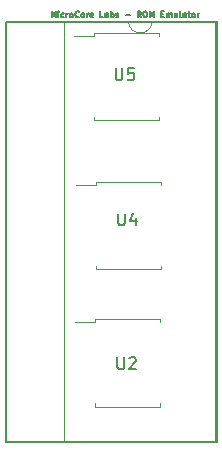
<source format=gto>
G04 #@! TF.GenerationSoftware,KiCad,Pcbnew,(5.1.8)-1*
G04 #@! TF.CreationDate,2021-02-05T23:49:50-08:00*
G04 #@! TF.ProjectId,ROM_Emulator,524f4d5f-456d-4756-9c61-746f722e6b69,rev?*
G04 #@! TF.SameCoordinates,Original*
G04 #@! TF.FileFunction,Legend,Top*
G04 #@! TF.FilePolarity,Positive*
%FSLAX46Y46*%
G04 Gerber Fmt 4.6, Leading zero omitted, Abs format (unit mm)*
G04 Created by KiCad (PCBNEW (5.1.8)-1) date 2021-02-05 23:49:50*
%MOMM*%
%LPD*%
G01*
G04 APERTURE LIST*
%ADD10C,0.127000*%
%ADD11C,0.150000*%
%ADD12C,0.120000*%
G04 APERTURE END LIST*
D10*
X167138047Y-82297209D02*
X167138047Y-81789209D01*
X167307380Y-82152066D01*
X167476714Y-81789209D01*
X167476714Y-82297209D01*
X167718619Y-82297209D02*
X167718619Y-81958542D01*
X167718619Y-81789209D02*
X167694428Y-81813400D01*
X167718619Y-81837590D01*
X167742809Y-81813400D01*
X167718619Y-81789209D01*
X167718619Y-81837590D01*
X168178238Y-82273019D02*
X168129857Y-82297209D01*
X168033095Y-82297209D01*
X167984714Y-82273019D01*
X167960523Y-82248828D01*
X167936333Y-82200447D01*
X167936333Y-82055304D01*
X167960523Y-82006923D01*
X167984714Y-81982733D01*
X168033095Y-81958542D01*
X168129857Y-81958542D01*
X168178238Y-81982733D01*
X168395952Y-82297209D02*
X168395952Y-81958542D01*
X168395952Y-82055304D02*
X168420142Y-82006923D01*
X168444333Y-81982733D01*
X168492714Y-81958542D01*
X168541095Y-81958542D01*
X168783000Y-82297209D02*
X168734619Y-82273019D01*
X168710428Y-82248828D01*
X168686238Y-82200447D01*
X168686238Y-82055304D01*
X168710428Y-82006923D01*
X168734619Y-81982733D01*
X168783000Y-81958542D01*
X168855571Y-81958542D01*
X168903952Y-81982733D01*
X168928142Y-82006923D01*
X168952333Y-82055304D01*
X168952333Y-82200447D01*
X168928142Y-82248828D01*
X168903952Y-82273019D01*
X168855571Y-82297209D01*
X168783000Y-82297209D01*
X169460333Y-82248828D02*
X169436142Y-82273019D01*
X169363571Y-82297209D01*
X169315190Y-82297209D01*
X169242619Y-82273019D01*
X169194238Y-82224638D01*
X169170047Y-82176257D01*
X169145857Y-82079495D01*
X169145857Y-82006923D01*
X169170047Y-81910161D01*
X169194238Y-81861780D01*
X169242619Y-81813400D01*
X169315190Y-81789209D01*
X169363571Y-81789209D01*
X169436142Y-81813400D01*
X169460333Y-81837590D01*
X169750619Y-82297209D02*
X169702238Y-82273019D01*
X169678047Y-82248828D01*
X169653857Y-82200447D01*
X169653857Y-82055304D01*
X169678047Y-82006923D01*
X169702238Y-81982733D01*
X169750619Y-81958542D01*
X169823190Y-81958542D01*
X169871571Y-81982733D01*
X169895761Y-82006923D01*
X169919952Y-82055304D01*
X169919952Y-82200447D01*
X169895761Y-82248828D01*
X169871571Y-82273019D01*
X169823190Y-82297209D01*
X169750619Y-82297209D01*
X170137666Y-82297209D02*
X170137666Y-81958542D01*
X170137666Y-82055304D02*
X170161857Y-82006923D01*
X170186047Y-81982733D01*
X170234428Y-81958542D01*
X170282809Y-81958542D01*
X170645666Y-82273019D02*
X170597285Y-82297209D01*
X170500523Y-82297209D01*
X170452142Y-82273019D01*
X170427952Y-82224638D01*
X170427952Y-82031114D01*
X170452142Y-81982733D01*
X170500523Y-81958542D01*
X170597285Y-81958542D01*
X170645666Y-81982733D01*
X170669857Y-82031114D01*
X170669857Y-82079495D01*
X170427952Y-82127876D01*
X171516523Y-82297209D02*
X171274619Y-82297209D01*
X171274619Y-81789209D01*
X171903571Y-82297209D02*
X171903571Y-82031114D01*
X171879380Y-81982733D01*
X171831000Y-81958542D01*
X171734238Y-81958542D01*
X171685857Y-81982733D01*
X171903571Y-82273019D02*
X171855190Y-82297209D01*
X171734238Y-82297209D01*
X171685857Y-82273019D01*
X171661666Y-82224638D01*
X171661666Y-82176257D01*
X171685857Y-82127876D01*
X171734238Y-82103685D01*
X171855190Y-82103685D01*
X171903571Y-82079495D01*
X172145476Y-82297209D02*
X172145476Y-81789209D01*
X172145476Y-81982733D02*
X172193857Y-81958542D01*
X172290619Y-81958542D01*
X172339000Y-81982733D01*
X172363190Y-82006923D01*
X172387380Y-82055304D01*
X172387380Y-82200447D01*
X172363190Y-82248828D01*
X172339000Y-82273019D01*
X172290619Y-82297209D01*
X172193857Y-82297209D01*
X172145476Y-82273019D01*
X172580904Y-82273019D02*
X172629285Y-82297209D01*
X172726047Y-82297209D01*
X172774428Y-82273019D01*
X172798619Y-82224638D01*
X172798619Y-82200447D01*
X172774428Y-82152066D01*
X172726047Y-82127876D01*
X172653476Y-82127876D01*
X172605095Y-82103685D01*
X172580904Y-82055304D01*
X172580904Y-82031114D01*
X172605095Y-81982733D01*
X172653476Y-81958542D01*
X172726047Y-81958542D01*
X172774428Y-81982733D01*
X173403380Y-82103685D02*
X173790428Y-82103685D01*
X174709666Y-82297209D02*
X174540333Y-82055304D01*
X174419380Y-82297209D02*
X174419380Y-81789209D01*
X174612904Y-81789209D01*
X174661285Y-81813400D01*
X174685476Y-81837590D01*
X174709666Y-81885971D01*
X174709666Y-81958542D01*
X174685476Y-82006923D01*
X174661285Y-82031114D01*
X174612904Y-82055304D01*
X174419380Y-82055304D01*
X175024142Y-81789209D02*
X175120904Y-81789209D01*
X175169285Y-81813400D01*
X175217666Y-81861780D01*
X175241857Y-81958542D01*
X175241857Y-82127876D01*
X175217666Y-82224638D01*
X175169285Y-82273019D01*
X175120904Y-82297209D01*
X175024142Y-82297209D01*
X174975761Y-82273019D01*
X174927380Y-82224638D01*
X174903190Y-82127876D01*
X174903190Y-81958542D01*
X174927380Y-81861780D01*
X174975761Y-81813400D01*
X175024142Y-81789209D01*
X175459571Y-82297209D02*
X175459571Y-81789209D01*
X175628904Y-82152066D01*
X175798238Y-81789209D01*
X175798238Y-82297209D01*
X176427190Y-82031114D02*
X176596523Y-82031114D01*
X176669095Y-82297209D02*
X176427190Y-82297209D01*
X176427190Y-81789209D01*
X176669095Y-81789209D01*
X176886809Y-82297209D02*
X176886809Y-81958542D01*
X176886809Y-82006923D02*
X176910999Y-81982733D01*
X176959380Y-81958542D01*
X177031952Y-81958542D01*
X177080333Y-81982733D01*
X177104523Y-82031114D01*
X177104523Y-82297209D01*
X177104523Y-82031114D02*
X177128714Y-81982733D01*
X177177095Y-81958542D01*
X177249666Y-81958542D01*
X177298047Y-81982733D01*
X177322238Y-82031114D01*
X177322238Y-82297209D01*
X177781857Y-81958542D02*
X177781857Y-82297209D01*
X177564142Y-81958542D02*
X177564142Y-82224638D01*
X177588333Y-82273019D01*
X177636714Y-82297209D01*
X177709285Y-82297209D01*
X177757666Y-82273019D01*
X177781857Y-82248828D01*
X178096333Y-82297209D02*
X178047952Y-82273019D01*
X178023761Y-82224638D01*
X178023761Y-81789209D01*
X178507571Y-82297209D02*
X178507571Y-82031114D01*
X178483380Y-81982733D01*
X178435000Y-81958542D01*
X178338238Y-81958542D01*
X178289857Y-81982733D01*
X178507571Y-82273019D02*
X178459190Y-82297209D01*
X178338238Y-82297209D01*
X178289857Y-82273019D01*
X178265666Y-82224638D01*
X178265666Y-82176257D01*
X178289857Y-82127876D01*
X178338238Y-82103685D01*
X178459190Y-82103685D01*
X178507571Y-82079495D01*
X178676904Y-81958542D02*
X178870428Y-81958542D01*
X178749476Y-81789209D02*
X178749476Y-82224638D01*
X178773666Y-82273019D01*
X178822047Y-82297209D01*
X178870428Y-82297209D01*
X179112333Y-82297209D02*
X179063952Y-82273019D01*
X179039761Y-82248828D01*
X179015571Y-82200447D01*
X179015571Y-82055304D01*
X179039761Y-82006923D01*
X179063952Y-81982733D01*
X179112333Y-81958542D01*
X179184904Y-81958542D01*
X179233285Y-81982733D01*
X179257476Y-82006923D01*
X179281666Y-82055304D01*
X179281666Y-82200447D01*
X179257476Y-82248828D01*
X179233285Y-82273019D01*
X179184904Y-82297209D01*
X179112333Y-82297209D01*
X179499380Y-82297209D02*
X179499380Y-81958542D01*
X179499380Y-82055304D02*
X179523571Y-82006923D01*
X179547761Y-81982733D01*
X179596142Y-81958542D01*
X179644523Y-81958542D01*
D11*
X181076600Y-82677000D02*
X181076600Y-118237000D01*
X181076600Y-118237000D02*
X163296600Y-118237000D01*
X163296600Y-118237000D02*
X163296600Y-82677000D01*
X163296600Y-82677000D02*
X181076600Y-82677000D01*
D12*
X170747400Y-83890200D02*
X169057400Y-83890200D01*
X170747400Y-83615200D02*
X170747400Y-83890200D01*
X173507400Y-83615200D02*
X170747400Y-83615200D01*
X176267400Y-83615200D02*
X176267400Y-83890200D01*
X173507400Y-83615200D02*
X176267400Y-83615200D01*
X170747400Y-91035200D02*
X170747400Y-90760200D01*
X173507400Y-91035200D02*
X170747400Y-91035200D01*
X176267400Y-91035200D02*
X176267400Y-90760200D01*
X173507400Y-91035200D02*
X176267400Y-91035200D01*
X173634400Y-103633600D02*
X176394400Y-103633600D01*
X176394400Y-103633600D02*
X176394400Y-103358600D01*
X173634400Y-103633600D02*
X170874400Y-103633600D01*
X170874400Y-103633600D02*
X170874400Y-103358600D01*
X173634400Y-96213600D02*
X176394400Y-96213600D01*
X176394400Y-96213600D02*
X176394400Y-96488600D01*
X173634400Y-96213600D02*
X170874400Y-96213600D01*
X170874400Y-96213600D02*
X170874400Y-96488600D01*
X170874400Y-96488600D02*
X169184400Y-96488600D01*
X173583600Y-115266800D02*
X176343600Y-115266800D01*
X176343600Y-115266800D02*
X176343600Y-114991800D01*
X173583600Y-115266800D02*
X170823600Y-115266800D01*
X170823600Y-115266800D02*
X170823600Y-114991800D01*
X173583600Y-107846800D02*
X176343600Y-107846800D01*
X176343600Y-107846800D02*
X176343600Y-108121800D01*
X173583600Y-107846800D02*
X170823600Y-107846800D01*
X170823600Y-107846800D02*
X170823600Y-108121800D01*
X170823600Y-108121800D02*
X169133600Y-108121800D01*
X173650400Y-82617000D02*
X168190400Y-82617000D01*
X168190400Y-82617000D02*
X168190400Y-118297000D01*
X168190400Y-118297000D02*
X181110400Y-118297000D01*
X181110400Y-118297000D02*
X181110400Y-82617000D01*
X181110400Y-82617000D02*
X175650400Y-82617000D01*
X175650400Y-82617000D02*
G75*
G02*
X173650400Y-82617000I-1000000J0D01*
G01*
D11*
X172567695Y-86625180D02*
X172567695Y-87434704D01*
X172615314Y-87529942D01*
X172662933Y-87577561D01*
X172758171Y-87625180D01*
X172948647Y-87625180D01*
X173043885Y-87577561D01*
X173091504Y-87529942D01*
X173139123Y-87434704D01*
X173139123Y-86625180D01*
X174091504Y-86625180D02*
X173615314Y-86625180D01*
X173567695Y-87101371D01*
X173615314Y-87053752D01*
X173710552Y-87006133D01*
X173948647Y-87006133D01*
X174043885Y-87053752D01*
X174091504Y-87101371D01*
X174139123Y-87196609D01*
X174139123Y-87434704D01*
X174091504Y-87529942D01*
X174043885Y-87577561D01*
X173948647Y-87625180D01*
X173710552Y-87625180D01*
X173615314Y-87577561D01*
X173567695Y-87529942D01*
X172770895Y-98918780D02*
X172770895Y-99728304D01*
X172818514Y-99823542D01*
X172866133Y-99871161D01*
X172961371Y-99918780D01*
X173151847Y-99918780D01*
X173247085Y-99871161D01*
X173294704Y-99823542D01*
X173342323Y-99728304D01*
X173342323Y-98918780D01*
X174247085Y-99252114D02*
X174247085Y-99918780D01*
X174008990Y-98871161D02*
X173770895Y-99585447D01*
X174389942Y-99585447D01*
X172720095Y-111085380D02*
X172720095Y-111894904D01*
X172767714Y-111990142D01*
X172815333Y-112037761D01*
X172910571Y-112085380D01*
X173101047Y-112085380D01*
X173196285Y-112037761D01*
X173243904Y-111990142D01*
X173291523Y-111894904D01*
X173291523Y-111085380D01*
X173720095Y-111180619D02*
X173767714Y-111133000D01*
X173862952Y-111085380D01*
X174101047Y-111085380D01*
X174196285Y-111133000D01*
X174243904Y-111180619D01*
X174291523Y-111275857D01*
X174291523Y-111371095D01*
X174243904Y-111513952D01*
X173672476Y-112085380D01*
X174291523Y-112085380D01*
M02*

</source>
